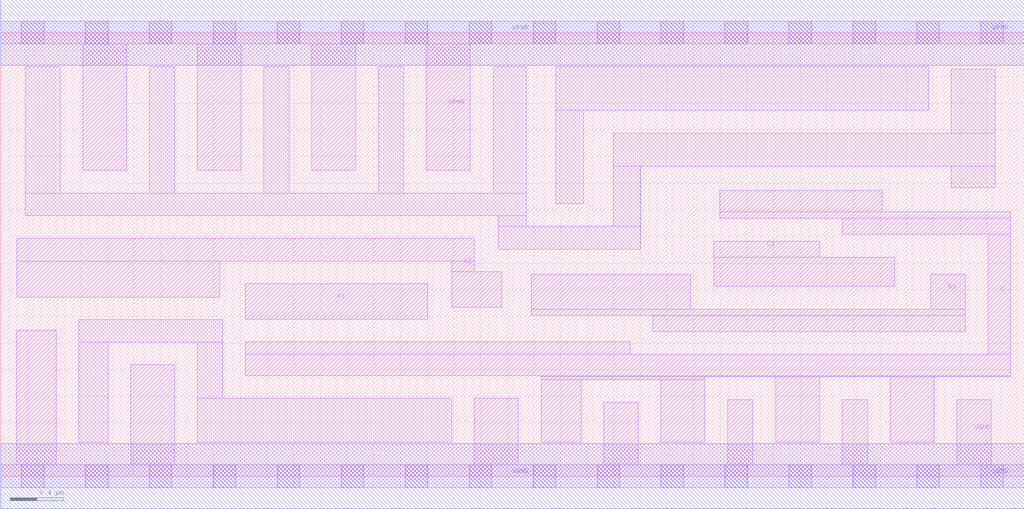
<source format=lef>
# Copyright 2020 The SkyWater PDK Authors
#
# Licensed under the Apache License, Version 2.0 (the "License");
# you may not use this file except in compliance with the License.
# You may obtain a copy of the License at
#
#     https://www.apache.org/licenses/LICENSE-2.0
#
# Unless required by applicable law or agreed to in writing, software
# distributed under the License is distributed on an "AS IS" BASIS,
# WITHOUT WARRANTIES OR CONDITIONS OF ANY KIND, either express or implied.
# See the License for the specific language governing permissions and
# limitations under the License.
#
# SPDX-License-Identifier: Apache-2.0

VERSION 5.7 ;
  NAMESCASESENSITIVE ON ;
  NOWIREEXTENSIONATPIN ON ;
  DIVIDERCHAR "/" ;
  BUSBITCHARS "[]" ;
UNITS
  DATABASE MICRONS 200 ;
END UNITS
MACRO sky130_fd_sc_lp__a211oi_4
  CLASS CORE ;
  SOURCE USER ;
  FOREIGN sky130_fd_sc_lp__a211oi_4 ;
  ORIGIN  0.000000  0.000000 ;
  SIZE  7.680000 BY  3.330000 ;
  SYMMETRY X Y R90 ;
  SITE unit ;
  PIN A1
    ANTENNAGATEAREA  1.260000 ;
    DIRECTION INPUT ;
    USE SIGNAL ;
    PORT
      LAYER li1 ;
        RECT 1.835000 1.180000 3.205000 1.445000 ;
    END
  END A1
  PIN A2
    ANTENNAGATEAREA  1.260000 ;
    DIRECTION INPUT ;
    USE SIGNAL ;
    PORT
      LAYER li1 ;
        RECT 0.120000 1.345000 1.645000 1.615000 ;
        RECT 0.120000 1.615000 3.555000 1.785000 ;
        RECT 3.385000 1.270000 3.760000 1.535000 ;
        RECT 3.385000 1.535000 3.555000 1.615000 ;
    END
  END A2
  PIN B1
    ANTENNAGATEAREA  1.260000 ;
    DIRECTION INPUT ;
    USE SIGNAL ;
    PORT
      LAYER li1 ;
        RECT 3.980000 1.210000 7.240000 1.255000 ;
        RECT 3.980000 1.255000 5.180000 1.515000 ;
        RECT 4.895000 1.085000 7.240000 1.210000 ;
        RECT 6.980000 1.255000 7.240000 1.515000 ;
    END
  END B1
  PIN C1
    ANTENNAGATEAREA  1.260000 ;
    DIRECTION INPUT ;
    USE SIGNAL ;
    PORT
      LAYER li1 ;
        RECT 5.350000 1.425000 6.710000 1.645000 ;
        RECT 5.350000 1.645000 6.145000 1.765000 ;
    END
  END C1
  PIN Y
    ANTENNADIFFAREA  2.116800 ;
    DIRECTION OUTPUT ;
    USE SIGNAL ;
    PORT
      LAYER li1 ;
        RECT 1.835000 0.755000 7.580000 0.915000 ;
        RECT 1.835000 0.915000 4.725000 1.010000 ;
        RECT 4.055000 0.255000 4.355000 0.725000 ;
        RECT 4.055000 0.725000 5.285000 0.745000 ;
        RECT 4.055000 0.745000 7.580000 0.755000 ;
        RECT 4.955000 0.255000 5.285000 0.725000 ;
        RECT 5.395000 1.935000 7.580000 1.985000 ;
        RECT 5.395000 1.985000 6.615000 2.145000 ;
        RECT 5.815000 0.255000 6.145000 0.745000 ;
        RECT 6.315000 1.815000 7.580000 1.935000 ;
        RECT 6.675000 0.255000 7.005000 0.745000 ;
        RECT 7.410000 0.915000 7.580000 1.815000 ;
    END
  END Y
  PIN VGND
    DIRECTION INOUT ;
    USE GROUND ;
    PORT
      LAYER li1 ;
        RECT 0.000000 -0.085000 7.680000 0.085000 ;
        RECT 0.115000  0.085000 0.415000 1.095000 ;
        RECT 0.975000  0.085000 1.305000 0.835000 ;
        RECT 3.555000  0.085000 3.885000 0.585000 ;
        RECT 4.525000  0.085000 4.785000 0.555000 ;
        RECT 5.455000  0.085000 5.645000 0.575000 ;
        RECT 6.315000  0.085000 6.505000 0.575000 ;
        RECT 7.175000  0.085000 7.435000 0.575000 ;
      LAYER mcon ;
        RECT 0.155000 -0.085000 0.325000 0.085000 ;
        RECT 0.635000 -0.085000 0.805000 0.085000 ;
        RECT 1.115000 -0.085000 1.285000 0.085000 ;
        RECT 1.595000 -0.085000 1.765000 0.085000 ;
        RECT 2.075000 -0.085000 2.245000 0.085000 ;
        RECT 2.555000 -0.085000 2.725000 0.085000 ;
        RECT 3.035000 -0.085000 3.205000 0.085000 ;
        RECT 3.515000 -0.085000 3.685000 0.085000 ;
        RECT 3.995000 -0.085000 4.165000 0.085000 ;
        RECT 4.475000 -0.085000 4.645000 0.085000 ;
        RECT 4.955000 -0.085000 5.125000 0.085000 ;
        RECT 5.435000 -0.085000 5.605000 0.085000 ;
        RECT 5.915000 -0.085000 6.085000 0.085000 ;
        RECT 6.395000 -0.085000 6.565000 0.085000 ;
        RECT 6.875000 -0.085000 7.045000 0.085000 ;
        RECT 7.355000 -0.085000 7.525000 0.085000 ;
      LAYER met1 ;
        RECT 0.000000 -0.245000 7.680000 0.245000 ;
    END
  END VGND
  PIN VPWR
    DIRECTION INOUT ;
    USE POWER ;
    PORT
      LAYER li1 ;
        RECT 0.000000 3.245000 7.680000 3.415000 ;
        RECT 0.615000 2.295000 0.945000 3.245000 ;
        RECT 1.475000 2.295000 1.805000 3.245000 ;
        RECT 2.335000 2.295000 2.665000 3.245000 ;
        RECT 3.195000 2.295000 3.525000 3.245000 ;
      LAYER mcon ;
        RECT 0.155000 3.245000 0.325000 3.415000 ;
        RECT 0.635000 3.245000 0.805000 3.415000 ;
        RECT 1.115000 3.245000 1.285000 3.415000 ;
        RECT 1.595000 3.245000 1.765000 3.415000 ;
        RECT 2.075000 3.245000 2.245000 3.415000 ;
        RECT 2.555000 3.245000 2.725000 3.415000 ;
        RECT 3.035000 3.245000 3.205000 3.415000 ;
        RECT 3.515000 3.245000 3.685000 3.415000 ;
        RECT 3.995000 3.245000 4.165000 3.415000 ;
        RECT 4.475000 3.245000 4.645000 3.415000 ;
        RECT 4.955000 3.245000 5.125000 3.415000 ;
        RECT 5.435000 3.245000 5.605000 3.415000 ;
        RECT 5.915000 3.245000 6.085000 3.415000 ;
        RECT 6.395000 3.245000 6.565000 3.415000 ;
        RECT 6.875000 3.245000 7.045000 3.415000 ;
        RECT 7.355000 3.245000 7.525000 3.415000 ;
      LAYER met1 ;
        RECT 0.000000 3.085000 7.680000 3.575000 ;
    END
  END VPWR
  OBS
    LAYER li1 ;
      RECT 0.185000 1.955000 3.945000 2.125000 ;
      RECT 0.185000 2.125000 0.445000 3.075000 ;
      RECT 0.585000 0.255000 0.805000 1.005000 ;
      RECT 0.585000 1.005000 1.665000 1.175000 ;
      RECT 1.115000 2.125000 1.305000 3.075000 ;
      RECT 1.475000 0.255000 3.385000 0.585000 ;
      RECT 1.475000 0.585000 1.665000 1.005000 ;
      RECT 1.975000 2.125000 2.165000 3.075000 ;
      RECT 2.835000 2.125000 3.025000 3.075000 ;
      RECT 3.695000 2.125000 3.945000 3.075000 ;
      RECT 3.735000 1.705000 4.805000 1.875000 ;
      RECT 3.735000 1.875000 3.945000 1.955000 ;
      RECT 4.165000 2.045000 4.375000 2.745000 ;
      RECT 4.165000 2.745000 6.965000 3.075000 ;
      RECT 4.595000 1.875000 4.805000 2.325000 ;
      RECT 4.595000 2.325000 7.465000 2.575000 ;
      RECT 7.135000 2.165000 7.465000 2.325000 ;
      RECT 7.135000 2.575000 7.465000 3.055000 ;
  END
END sky130_fd_sc_lp__a211oi_4

</source>
